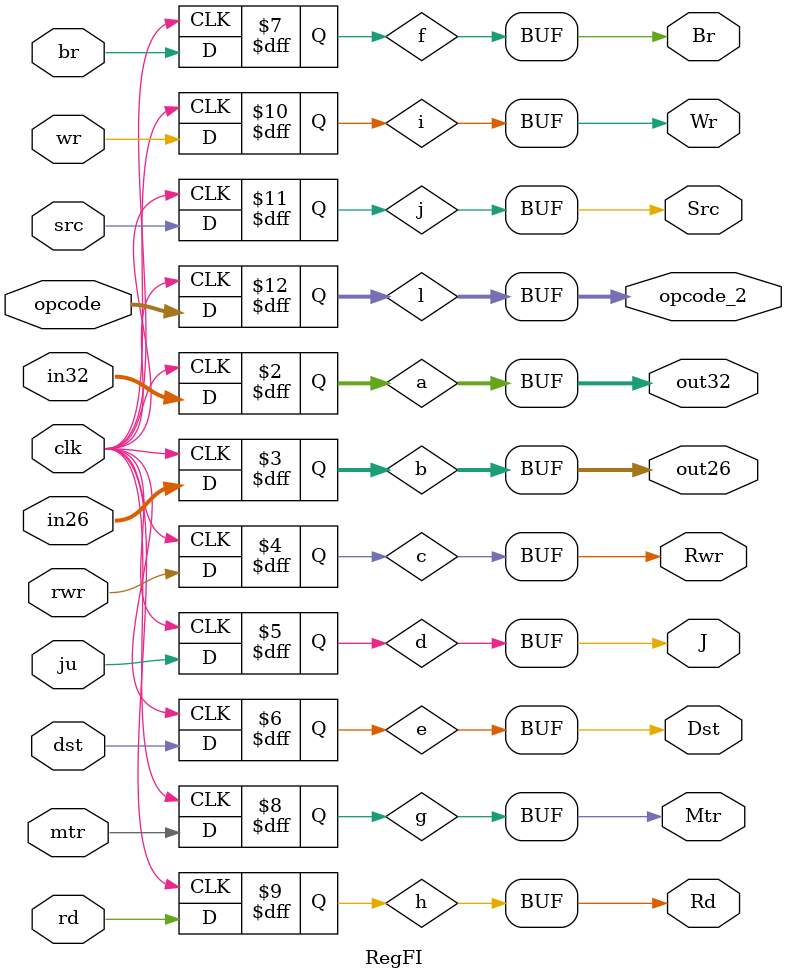
<source format=v>
`timescale 1ns / 1ps


module RegFI(
    input clk,
    input [31:0]in32,
    input [25:0]in26,
    input rwr,ju,dst,br,mtr,rd,wr,src,
    input [5:0]opcode,
    output [31:0]out32,
    output [25:0]out26,
    output Rwr,J,Dst,Br,Mtr,Rd,Wr,Src,
    output [5:0]opcode_2
    );
    reg [31:0]a;
    reg [25:0]b;
    reg c,d,e,f,g,h,i,j;
    reg [5:0]l;
    always@(posedge clk)begin
        a<=in32;
        b<=in26;
        c<=rwr;d<=ju;e<=dst;f<=br;g<=mtr;h<=rd;i<=wr;j<=src;
        l<=opcode;
    end
    assign Rwr=c;
    assign J=d;
    assign Dst=e;
    assign Br=f;
    assign Mtr=g;
    assign Rd=h;
    assign Wr=i;
    assign Src=j;
    assign out32=a;
    assign out26=b;
    assign opcode_2=l;
endmodule

</source>
